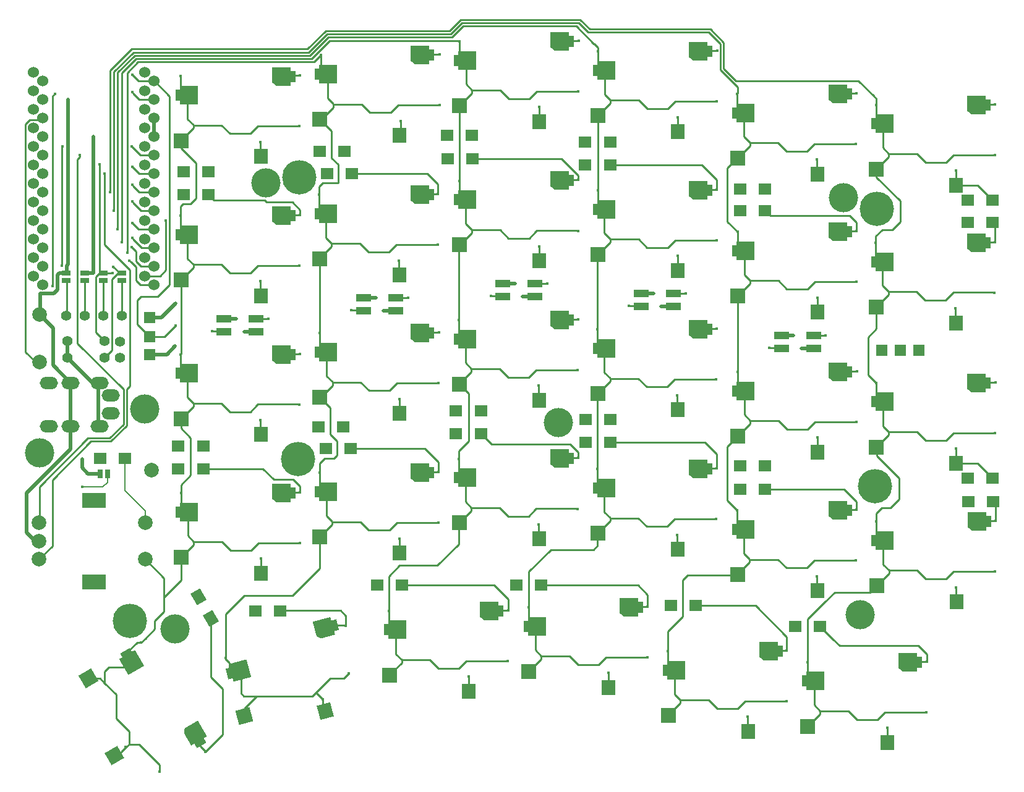
<source format=gbr>
%TF.GenerationSoftware,KiCad,Pcbnew,(5.99.0-9486-g75c525af4f)*%
%TF.CreationDate,2021-07-25T02:57:46+01:00*%
%TF.ProjectId,LimeKeyboard,4c696d65-4b65-4796-926f-6172642e6b69,rev?*%
%TF.SameCoordinates,Original*%
%TF.FileFunction,Copper,L2,Bot*%
%TF.FilePolarity,Positive*%
%FSLAX46Y46*%
G04 Gerber Fmt 4.6, Leading zero omitted, Abs format (unit mm)*
G04 Created by KiCad (PCBNEW (5.99.0-9486-g75c525af4f)) date 2021-07-25 02:57:46*
%MOMM*%
%LPD*%
G01*
G04 APERTURE LIST*
G04 Aperture macros list*
%AMRotRect*
0 Rectangle, with rotation*
0 The origin of the aperture is its center*
0 $1 length*
0 $2 width*
0 $3 Rotation angle, in degrees counterclockwise*
0 Add horizontal line*
21,1,$1,$2,0,0,$3*%
%AMFreePoly0*
4,1,17,2.735355,1.235355,2.750000,1.200000,2.750000,-1.200000,2.735355,-1.235355,2.700000,-1.250000,0.300000,-1.250000,0.264645,-1.235355,0.250000,-1.200000,0.250000,-0.750000,-0.350000,-0.750000,-0.350000,0.750000,0.250000,0.750000,0.250000,1.200000,0.264645,1.235355,0.300000,1.250000,2.700000,1.250000,2.735355,1.235355,2.735355,1.235355,$1*%
%AMFreePoly1*
4,1,24,-0.364645,1.235355,-0.350000,1.200000,-0.350000,0.750000,0.350000,0.750000,0.350000,-0.750000,-0.350000,-0.750000,-0.350000,-1.200000,-0.364645,-1.235355,-0.400000,-1.250000,-2.300000,-1.250000,-2.315318,-1.243655,-2.331235,-1.239043,-2.831235,-0.839043,-2.832649,-0.836476,-2.835355,-0.835355,-2.841697,-0.820044,-2.849694,-0.805522,-2.848878,-0.802708,-2.850000,-0.800000,-2.850000,1.200000,
-2.835355,1.235355,-2.800000,1.250000,-0.400000,1.250000,-0.364645,1.235355,-0.364645,1.235355,$1*%
G04 Aperture macros list end*
%TA.AperFunction,SMDPad,CuDef*%
%ADD10R,0.635000X1.143000*%
%TD*%
%TA.AperFunction,SMDPad,CuDef*%
%ADD11R,2.000000X1.000000*%
%TD*%
%TA.AperFunction,ComponentPad*%
%ADD12R,1.800000X1.500000*%
%TD*%
%TA.AperFunction,SMDPad,CuDef*%
%ADD13R,2.000000X2.000000*%
%TD*%
%TA.AperFunction,SMDPad,CuDef*%
%ADD14FreePoly0,0.000000*%
%TD*%
%TA.AperFunction,SMDPad,CuDef*%
%ADD15FreePoly1,0.000000*%
%TD*%
%TA.AperFunction,SMDPad,CuDef*%
%ADD16R,1.900000X2.000000*%
%TD*%
%TA.AperFunction,ComponentPad*%
%ADD17C,4.700000*%
%TD*%
%TA.AperFunction,ComponentPad*%
%ADD18C,2.000000*%
%TD*%
%TA.AperFunction,ComponentPad*%
%ADD19C,1.397000*%
%TD*%
%TA.AperFunction,ComponentPad*%
%ADD20C,4.000000*%
%TD*%
%TA.AperFunction,SMDPad,CuDef*%
%ADD21FreePoly0,300.000000*%
%TD*%
%TA.AperFunction,SMDPad,CuDef*%
%ADD22RotRect,2.000000X2.000000X120.000000*%
%TD*%
%TA.AperFunction,SMDPad,CuDef*%
%ADD23RotRect,1.900000X2.000000X120.000000*%
%TD*%
%TA.AperFunction,SMDPad,CuDef*%
%ADD24FreePoly1,300.000000*%
%TD*%
%TA.AperFunction,ComponentPad*%
%ADD25R,1.524000X1.524000*%
%TD*%
%TA.AperFunction,ComponentPad*%
%ADD26RotRect,1.800000X1.500000X300.000000*%
%TD*%
%TA.AperFunction,ComponentPad*%
%ADD27O,2.500000X1.700000*%
%TD*%
%TA.AperFunction,ComponentPad*%
%ADD28C,1.524000*%
%TD*%
%TA.AperFunction,ComponentPad*%
%ADD29R,3.200000X2.000000*%
%TD*%
%TA.AperFunction,SMDPad,CuDef*%
%ADD30RotRect,2.000000X2.000000X195.000000*%
%TD*%
%TA.AperFunction,SMDPad,CuDef*%
%ADD31FreePoly0,15.000000*%
%TD*%
%TA.AperFunction,SMDPad,CuDef*%
%ADD32FreePoly1,15.000000*%
%TD*%
%TA.AperFunction,SMDPad,CuDef*%
%ADD33RotRect,1.900000X2.000000X195.000000*%
%TD*%
%TA.AperFunction,SMDPad,CuDef*%
%ADD34R,1.143000X0.635000*%
%TD*%
%TA.AperFunction,ViaPad*%
%ADD35C,0.400000*%
%TD*%
%TA.AperFunction,Conductor*%
%ADD36C,0.500000*%
%TD*%
%TA.AperFunction,Conductor*%
%ADD37C,0.200000*%
%TD*%
%TA.AperFunction,Conductor*%
%ADD38C,0.250000*%
%TD*%
G04 APERTURE END LIST*
D10*
%TO.P,JP6,1*%
%TO.N,N/C*%
X91750380Y-105650000D03*
%TO.P,JP6,2*%
X90749620Y-105650000D03*
%TD*%
D11*
%TO.P,D35,1*%
%TO.N,N/C*%
X169281200Y-80976500D03*
%TO.P,D35,2*%
X169281200Y-82726500D03*
%TO.P,D35,3*%
X164881200Y-82726500D03*
%TO.P,D35,4*%
X164881200Y-80976500D03*
%TD*%
D12*
%TO.P,D20,1*%
%TO.N,N/C*%
X121649300Y-102235600D03*
%TO.P,D20,2*%
X125049300Y-102235600D03*
%TD*%
%TO.P,D2,1*%
%TO.N,N/C*%
X120814400Y-61503900D03*
%TO.P,D2,2*%
X124214400Y-61503900D03*
%TD*%
D13*
%TO.P,SW1,1*%
%TO.N,N/C*%
X101859000Y-60011900D03*
D14*
X101459000Y-53811900D03*
D15*
%TO.P,SW1,2*%
X117159000Y-51211900D03*
D16*
X112759000Y-62211900D03*
%TD*%
D13*
%TO.P,SW24,1*%
%TO.N,N/C*%
X197109000Y-121011900D03*
D14*
X196709000Y-114811900D03*
D15*
%TO.P,SW24,2*%
X212409000Y-112211900D03*
D16*
X208009000Y-123211900D03*
%TD*%
D12*
%TO.P,D10,1*%
%TO.N,N/C*%
X157176200Y-63360900D03*
%TO.P,D10,2*%
X160576200Y-63360900D03*
%TD*%
D17*
%TO.P,TH5,*%
%TO.N,*%
X117827100Y-103670600D03*
%TD*%
D12*
%TO.P,D26,1*%
%TO.N,N/C*%
X111990400Y-124510800D03*
%TO.P,D26,2*%
X115390400Y-124510800D03*
%TD*%
%TO.P,D14,1*%
%TO.N,N/C*%
X120649300Y-99235600D03*
%TO.P,D14,2*%
X124049300Y-99235600D03*
%TD*%
%TO.P,D4,1*%
%TO.N,N/C*%
X157176200Y-60260900D03*
%TO.P,D4,2*%
X160576200Y-60260900D03*
%TD*%
%TO.P,D13,1*%
%TO.N,N/C*%
X101473200Y-101880100D03*
%TO.P,D13,2*%
X104873200Y-101880100D03*
%TD*%
D14*
%TO.P,SW3,1*%
%TO.N,N/C*%
X139559000Y-49021900D03*
D13*
X139959000Y-55221900D03*
D15*
%TO.P,SW3,2*%
X155259000Y-46421900D03*
D16*
X150859000Y-57421900D03*
%TD*%
D12*
%TO.P,D1,1*%
%TO.N,N/C*%
X102159000Y-64311900D03*
%TO.P,D1,2*%
X105559000Y-64311900D03*
%TD*%
%TO.P,D7,1*%
%TO.N,N/C*%
X102159000Y-67411900D03*
%TO.P,D7,2*%
X105559000Y-67411900D03*
%TD*%
D18*
%TO.P,RSW1,1*%
%TO.N,N/C*%
X82461100Y-83873200D03*
%TO.P,RSW1,2*%
X82461100Y-90373200D03*
%TD*%
D19*
%TO.P,R2,1*%
%TO.N,N/C*%
X86291772Y-87510765D03*
%TO.P,R2,2*%
X91371772Y-87510765D03*
%TD*%
D12*
%TO.P,D6,1*%
%TO.N,N/C*%
X209546300Y-68162700D03*
%TO.P,D6,2*%
X212946300Y-68162700D03*
%TD*%
%TO.P,D5,1*%
%TO.N,N/C*%
X178397100Y-66699200D03*
%TO.P,D5,2*%
X181797100Y-66699200D03*
%TD*%
%TO.P,D3,1*%
%TO.N,N/C*%
X138239700Y-59318100D03*
%TO.P,D3,2*%
X141639700Y-59318100D03*
%TD*%
%TO.P,D12,1*%
%TO.N,N/C*%
X209546300Y-71262700D03*
%TO.P,D12,2*%
X212946300Y-71262700D03*
%TD*%
%TO.P,D9,1*%
%TO.N,N/C*%
X138339700Y-62518100D03*
%TO.P,D9,2*%
X141739700Y-62518100D03*
%TD*%
%TO.P,D11,1*%
%TO.N,N/C*%
X178397100Y-69599200D03*
%TO.P,D11,2*%
X181797100Y-69599200D03*
%TD*%
D20*
%TO.P,TH5,*%
%TO.N,*%
X192519300Y-67881500D03*
%TD*%
%TO.P,TH7,*%
%TO.N,*%
X153530300Y-98640900D03*
%TD*%
%TO.P,TH3,*%
%TO.N,*%
X100990400Y-126949200D03*
%TD*%
D11*
%TO.P,D36,1*%
%TO.N,N/C*%
X188445500Y-86742300D03*
%TO.P,D36,2*%
X188445500Y-88492300D03*
%TO.P,D36,3*%
X184045500Y-88492300D03*
%TO.P,D36,4*%
X184045500Y-86742300D03*
%TD*%
D20*
%TO.P,TH6,*%
%TO.N,*%
X113474500Y-65849500D03*
%TD*%
D21*
%TO.P,SW25,1*%
%TO.N,N/C*%
X94354064Y-130280684D03*
D22*
X89184706Y-133727094D03*
D23*
%TO.P,SW25,2*%
X92729450Y-144266771D03*
D24*
X104455730Y-142577283D03*
%TD*%
D20*
%TO.P,TH4,*%
%TO.N,*%
X194856100Y-124968000D03*
%TD*%
D25*
%TO.P,LED,1*%
%TO.N,N/C*%
X97548700Y-89355300D03*
%TO.P,LED,2*%
X97548700Y-86855300D03*
%TO.P,LED,3*%
X97548700Y-84255300D03*
%TD*%
%TO.P,LED,1*%
%TO.N,N/C*%
X202844400Y-88734900D03*
%TO.P,LED,2*%
X200344400Y-88734900D03*
%TO.P,LED,3*%
X197744400Y-88734900D03*
%TD*%
D20*
%TO.P,TH1,*%
%TO.N,*%
X82473800Y-102831900D03*
%TD*%
D12*
%TO.P,D27,1*%
%TO.N,N/C*%
X128715900Y-120918100D03*
%TO.P,D27,2*%
X132115900Y-120918100D03*
%TD*%
%TO.P,D15,1*%
%TO.N,N/C*%
X139484300Y-97062500D03*
%TO.P,D15,2*%
X142884300Y-97062500D03*
%TD*%
%TO.P,D31,1*%
%TO.N,N/C*%
X90750000Y-103575000D03*
%TO.P,D31,2*%
X94150000Y-103575000D03*
%TD*%
D26*
%TO.P,D25,1*%
%TO.N,N/C*%
X104190800Y-122516900D03*
%TO.P,D25,2*%
X105890800Y-125461386D03*
%TD*%
D20*
%TO.P,TH2,*%
%TO.N,*%
X96824800Y-96824800D03*
%TD*%
D12*
%TO.P,D22,1*%
%TO.N,N/C*%
X157214300Y-101410100D03*
%TO.P,D22,2*%
X160614300Y-101410100D03*
%TD*%
%TO.P,D16,1*%
%TO.N,N/C*%
X157214300Y-98210100D03*
%TO.P,D16,2*%
X160614300Y-98210100D03*
%TD*%
%TO.P,D18,1*%
%TO.N,N/C*%
X209546300Y-106262700D03*
%TO.P,D18,2*%
X212946300Y-106262700D03*
%TD*%
D14*
%TO.P,SW29,1*%
%TO.N,N/C*%
X168159000Y-132577200D03*
D13*
X168559000Y-138777200D03*
D15*
%TO.P,SW29,2*%
X183859000Y-129977200D03*
D16*
X179459000Y-140977200D03*
%TD*%
D12*
%TO.P,D28,1*%
%TO.N,N/C*%
X147739700Y-120918100D03*
%TO.P,D28,2*%
X151139700Y-120918100D03*
%TD*%
%TO.P,D24,1*%
%TO.N,N/C*%
X209646300Y-109462700D03*
%TO.P,D24,2*%
X213046300Y-109462700D03*
%TD*%
%TO.P,D17,1*%
%TO.N,N/C*%
X178397100Y-104599200D03*
%TO.P,D17,2*%
X181797100Y-104599200D03*
%TD*%
%TO.P,D23,1*%
%TO.N,N/C*%
X178397100Y-107799200D03*
%TO.P,D23,2*%
X181797100Y-107799200D03*
%TD*%
D14*
%TO.P,SW30,1*%
%TO.N,N/C*%
X187209000Y-134077200D03*
D13*
X187609000Y-140277200D03*
D15*
%TO.P,SW30,2*%
X202909000Y-131477200D03*
D16*
X198509000Y-142477200D03*
%TD*%
D12*
%TO.P,D21,1*%
%TO.N,N/C*%
X139484300Y-100162500D03*
%TO.P,D21,2*%
X142884300Y-100162500D03*
%TD*%
D19*
%TO.P,J3,1*%
%TO.N,N/C*%
X86146300Y-83985300D03*
%TO.P,J3,2*%
X88686300Y-83985300D03*
%TO.P,J3,3*%
X91226300Y-83985300D03*
%TO.P,J3,4*%
X93766300Y-83985300D03*
%TD*%
D12*
%TO.P,D19,1*%
%TO.N,N/C*%
X101473200Y-104980100D03*
%TO.P,D19,2*%
X104873200Y-104980100D03*
%TD*%
D13*
%TO.P,SW21,1*%
%TO.N,N/C*%
X139959000Y-112411900D03*
D14*
X139559000Y-106211900D03*
D15*
%TO.P,SW21,2*%
X155259000Y-103611900D03*
D16*
X150859000Y-114611900D03*
%TD*%
D13*
%TO.P,SW20,1*%
%TO.N,N/C*%
X120859000Y-114311900D03*
D14*
X120459000Y-108111900D03*
D16*
%TO.P,SW20,2*%
X131759000Y-116511900D03*
D15*
X136159000Y-105511900D03*
%TD*%
D13*
%TO.P,SW23,1*%
%TO.N,N/C*%
X178059000Y-119511900D03*
D14*
X177659000Y-113311900D03*
D16*
%TO.P,SW23,2*%
X188959000Y-121711900D03*
D15*
X193359000Y-110711900D03*
%TD*%
D14*
%TO.P,SW27,1*%
%TO.N,N/C*%
X129959000Y-127061900D03*
D13*
X130359000Y-133261900D03*
D16*
%TO.P,SW27,2*%
X141259000Y-135461900D03*
D15*
X145659000Y-124461900D03*
%TD*%
D14*
%TO.P,SW17,1*%
%TO.N,N/C*%
X177659000Y-94311900D03*
D13*
X178059000Y-100511900D03*
D16*
%TO.P,SW17,2*%
X188959000Y-102711900D03*
D15*
X193359000Y-91711900D03*
%TD*%
D13*
%TO.P,SW15,1*%
%TO.N,N/C*%
X139959000Y-93411900D03*
D14*
X139559000Y-87211900D03*
D15*
%TO.P,SW15,2*%
X155259000Y-84611900D03*
D16*
X150859000Y-95611900D03*
%TD*%
D13*
%TO.P,SW14,1*%
%TO.N,N/C*%
X120859000Y-95211900D03*
D14*
X120459000Y-89011900D03*
D16*
%TO.P,SW14,2*%
X131759000Y-97411900D03*
D15*
X136159000Y-86411900D03*
%TD*%
D27*
%TO.P,J2,1*%
%TO.N,N/C*%
X90718100Y-99152000D03*
X90718100Y-93202000D03*
%TO.P,J2,2*%
X86718100Y-93202000D03*
X86718100Y-99152000D03*
%TO.P,J2,3*%
X83718100Y-99152000D03*
X83718100Y-93202000D03*
%TO.P,J2,4*%
X92218100Y-94952000D03*
X92218100Y-97402000D03*
%TD*%
D28*
%TO.P,U1,1*%
%TO.N,N/C*%
X98165115Y-51811045D03*
X81626300Y-50615300D03*
%TO.P,U1,2*%
X98165115Y-54351045D03*
X81626300Y-53155300D03*
%TO.P,U1,3*%
X81626300Y-55695300D03*
X98165115Y-56891045D03*
%TO.P,U1,4*%
X81626300Y-58235300D03*
X98165115Y-59431045D03*
%TO.P,U1,5*%
X98165115Y-61971045D03*
X81626300Y-60775300D03*
%TO.P,U1,6*%
X98165115Y-64511045D03*
X81626300Y-63315300D03*
%TO.P,U1,7*%
X98165115Y-67051045D03*
X81626300Y-65855300D03*
%TO.P,U1,8*%
X81626300Y-68395300D03*
X98165115Y-69591045D03*
%TO.P,U1,9*%
X98165115Y-72131045D03*
X81626300Y-70935300D03*
%TO.P,U1,10*%
X98165115Y-74671045D03*
X81626300Y-73475300D03*
%TO.P,U1,11*%
X98165115Y-77211045D03*
X81626300Y-76015300D03*
%TO.P,U1,12*%
X98165115Y-79751045D03*
X81626300Y-78555300D03*
%TO.P,U1,13*%
X96866300Y-78555300D03*
X82925115Y-79751045D03*
%TO.P,U1,14*%
X82925115Y-77211045D03*
X96866300Y-76015300D03*
%TO.P,U1,15*%
X82925115Y-74671045D03*
X96866300Y-73475300D03*
%TO.P,U1,16*%
X82925115Y-72131045D03*
X96866300Y-70935300D03*
%TO.P,U1,17*%
X96866300Y-68395300D03*
X82925115Y-69591045D03*
%TO.P,U1,18*%
X82925115Y-67051045D03*
X96866300Y-65855300D03*
%TO.P,U1,19*%
X82925115Y-64511045D03*
X96866300Y-63315300D03*
%TO.P,U1,20*%
X96866300Y-60775300D03*
X82925115Y-61971045D03*
%TO.P,U1,21*%
X82925115Y-59431045D03*
X96866300Y-58235300D03*
%TO.P,U1,22*%
X96866300Y-55695300D03*
X82925115Y-56891045D03*
%TO.P,U1,23*%
X82925115Y-54351045D03*
X96866300Y-53155300D03*
%TO.P,U1,24*%
X96866300Y-50615300D03*
X82925115Y-51811045D03*
%TD*%
D13*
%TO.P,SW16,1*%
%TO.N,N/C*%
X158959000Y-94711900D03*
D14*
X158559000Y-88511900D03*
D15*
%TO.P,SW16,2*%
X174259000Y-85911900D03*
D16*
X169859000Y-96911900D03*
%TD*%
D13*
%TO.P,SW28,1*%
%TO.N,N/C*%
X149459000Y-132761900D03*
D14*
X149059000Y-126561900D03*
D16*
%TO.P,SW28,2*%
X160359000Y-134961900D03*
D15*
X164759000Y-123961900D03*
%TD*%
D13*
%TO.P,SW19,1*%
%TO.N,N/C*%
X101859000Y-117111900D03*
D14*
X101459000Y-110911900D03*
D16*
%TO.P,SW19,2*%
X112759000Y-119311900D03*
D15*
X117159000Y-108311900D03*
%TD*%
D18*
%TO.P,SW31,A*%
%TO.N,N/C*%
X82416000Y-112409600D03*
%TO.P,SW31,B*%
X82416000Y-117409600D03*
%TO.P,SW31,C*%
X82416000Y-114909600D03*
D29*
%TO.P,SW31,MP*%
X89916000Y-109309600D03*
X89916000Y-120509600D03*
D18*
%TO.P,SW31,S1*%
X96916000Y-117409600D03*
%TO.P,SW31,S2*%
X96916000Y-112409600D03*
%TD*%
D14*
%TO.P,SW22,1*%
%TO.N,N/C*%
X158559000Y-107611900D03*
D13*
X158959000Y-113811900D03*
D16*
%TO.P,SW22,2*%
X169859000Y-116011900D03*
D15*
X174259000Y-105011900D03*
%TD*%
D30*
%TO.P,SW26,1*%
%TO.N,N/C*%
X110472631Y-138902260D03*
D31*
X108481583Y-133017047D03*
D32*
%TO.P,SW26,2*%
X122973689Y-126442181D03*
D33*
X121570625Y-138206169D03*
%TD*%
D14*
%TO.P,SW18,1*%
%TO.N,N/C*%
X196659000Y-95811900D03*
D13*
X197059000Y-102011900D03*
D16*
%TO.P,SW18,2*%
X207959000Y-104211900D03*
D15*
X212359000Y-93211900D03*
%TD*%
D17*
%TO.P,TH4,*%
%TO.N,*%
X197142100Y-69329300D03*
%TD*%
%TO.P,TH7,*%
%TO.N,*%
X94800000Y-125875000D03*
%TD*%
D11*
%TO.P,D33,1*%
%TO.N,N/C*%
X131244700Y-81548000D03*
%TO.P,D33,2*%
X131244700Y-83298000D03*
%TO.P,D33,3*%
X126844700Y-83298000D03*
%TO.P,D33,4*%
X126844700Y-81548000D03*
%TD*%
D17*
%TO.P,TH3,*%
%TO.N,*%
X118055700Y-65048300D03*
%TD*%
D11*
%TO.P,D32,1*%
%TO.N,N/C*%
X112133600Y-84444100D03*
%TO.P,D32,2*%
X112133600Y-86194100D03*
%TO.P,D32,3*%
X107733600Y-86194100D03*
%TO.P,D32,4*%
X107733600Y-84444100D03*
%TD*%
D12*
%TO.P,D29,1*%
%TO.N,N/C*%
X168913600Y-123710700D03*
%TO.P,D29,2*%
X172313600Y-123710700D03*
%TD*%
%TO.P,D8,1*%
%TO.N,N/C*%
X121814400Y-64503900D03*
%TO.P,D8,2*%
X125214400Y-64503900D03*
%TD*%
%TO.P,D30,1*%
%TO.N,N/C*%
X185954800Y-126607700D03*
%TO.P,D30,2*%
X189354800Y-126607700D03*
%TD*%
D11*
%TO.P,D34,1*%
%TO.N,N/C*%
X150320100Y-79630300D03*
%TO.P,D34,2*%
X150320100Y-81380300D03*
%TO.P,D34,3*%
X145920100Y-81380300D03*
%TO.P,D34,4*%
X145920100Y-79630300D03*
%TD*%
D14*
%TO.P,SW12,1*%
%TO.N,N/C*%
X196659000Y-76611900D03*
D13*
X197059000Y-82811900D03*
D16*
%TO.P,SW12,2*%
X207959000Y-85011900D03*
D15*
X212359000Y-74011900D03*
%TD*%
D19*
%TO.P,R1,1*%
%TO.N,N/C*%
X86291772Y-89760765D03*
%TO.P,R1,2*%
X91371772Y-89760765D03*
%TD*%
D14*
%TO.P,SW8,1*%
%TO.N,N/C*%
X120459000Y-70011900D03*
D13*
X120859000Y-76211900D03*
D16*
%TO.P,SW8,2*%
X131759000Y-78411900D03*
D15*
X136159000Y-67411900D03*
%TD*%
D13*
%TO.P,SW5,1*%
%TO.N,N/C*%
X178059000Y-62411900D03*
D14*
X177659000Y-56211900D03*
D16*
%TO.P,SW5,2*%
X188959000Y-64611900D03*
D15*
X193359000Y-53611900D03*
%TD*%
D14*
%TO.P,SW10,1*%
%TO.N,N/C*%
X158559000Y-69411900D03*
D13*
X158959000Y-75611900D03*
D15*
%TO.P,SW10,2*%
X174259000Y-66811900D03*
D16*
X169859000Y-77811900D03*
%TD*%
D14*
%TO.P,SW7,1*%
%TO.N,N/C*%
X101459000Y-72911900D03*
D13*
X101859000Y-79111900D03*
D16*
%TO.P,SW7,2*%
X112759000Y-81311900D03*
D15*
X117159000Y-70311900D03*
%TD*%
D14*
%TO.P,SW9,1*%
%TO.N,N/C*%
X139559000Y-68111900D03*
D13*
X139959000Y-74311900D03*
D15*
%TO.P,SW9,2*%
X155259000Y-65511900D03*
D16*
X150859000Y-76511900D03*
%TD*%
D14*
%TO.P,SW6,1*%
%TO.N,N/C*%
X196659000Y-57711900D03*
D13*
X197059000Y-63911900D03*
D15*
%TO.P,SW6,2*%
X212359000Y-55111900D03*
D16*
X207959000Y-66111900D03*
%TD*%
D13*
%TO.P,SW4,1*%
%TO.N,N/C*%
X158959000Y-56611900D03*
D14*
X158559000Y-50411900D03*
D15*
%TO.P,SW4,2*%
X174259000Y-47811900D03*
D16*
X169859000Y-58811900D03*
%TD*%
D19*
%TO.P,P2,1*%
%TO.N,N/C*%
X93492500Y-87548800D03*
%TD*%
D17*
%TO.P,TH6,*%
%TO.N,*%
X196846500Y-107366000D03*
%TD*%
D13*
%TO.P,SW11,1*%
%TO.N,N/C*%
X178059000Y-81311900D03*
D14*
X177659000Y-75111900D03*
D16*
%TO.P,SW11,2*%
X188959000Y-83511900D03*
D15*
X193359000Y-72511900D03*
%TD*%
D14*
%TO.P,SW2,1*%
%TO.N,N/C*%
X120459000Y-50911900D03*
D13*
X120859000Y-57111900D03*
D16*
%TO.P,SW2,2*%
X131759000Y-59311900D03*
D15*
X136159000Y-48311900D03*
%TD*%
D13*
%TO.P,SW13,1*%
%TO.N,N/C*%
X101859000Y-98111900D03*
D14*
X101459000Y-91911900D03*
D16*
%TO.P,SW13,2*%
X112759000Y-100311900D03*
D15*
X117159000Y-89311900D03*
%TD*%
D19*
%TO.P,P1,1*%
%TO.N,N/C*%
X93492500Y-89748800D03*
%TD*%
D18*
%TO.P,,J1*%
%TO.N,N/C*%
X97775000Y-105175000D03*
%TD*%
D34*
%TO.P,JP7,1*%
%TO.N,N/C*%
X88646300Y-79185680D03*
%TO.P,JP7,2*%
X88646300Y-78184920D03*
%TD*%
%TO.P,JP5,1*%
%TO.N,N/C*%
X93746300Y-79185680D03*
%TO.P,JP5,2*%
X93746300Y-78184920D03*
%TD*%
%TO.P,JP6,1*%
%TO.N,N/C*%
X91146300Y-79185680D03*
%TO.P,JP6,2*%
X91146300Y-78184920D03*
%TD*%
%TO.P,JP8,1*%
%TO.N,N/C*%
X86146300Y-79185680D03*
%TO.P,JP8,2*%
X86146300Y-78184920D03*
%TD*%
D35*
%TO.N,*%
X88325000Y-103675000D03*
X88300000Y-107500000D03*
X124790200Y-133057900D03*
X121259600Y-136601200D03*
X94786833Y-76457469D03*
X105181400Y-143751300D03*
X118097300Y-51104800D03*
X95059000Y-74585300D03*
X112721700Y-60207494D03*
X107924600Y-130949700D03*
X165735000Y-123875800D03*
X137147300Y-86334600D03*
X194297300Y-53505100D03*
X213309200Y-55041800D03*
X156260800Y-46316900D03*
X95159000Y-71285300D03*
X146621500Y-124396500D03*
X137261600Y-48234600D03*
X95158992Y-66085300D03*
X169808200Y-75815794D03*
X86359000Y-58185300D03*
X187642500Y-131484800D03*
X112721700Y-79308294D03*
X131644700Y-76438094D03*
X137020300Y-67335400D03*
X118097300Y-89230200D03*
X175183800Y-66713100D03*
X188921700Y-62607794D03*
X207895500Y-83003994D03*
X188985200Y-100720494D03*
X95159000Y-73385300D03*
X131720900Y-114550794D03*
X131771700Y-95437294D03*
X156184600Y-103530400D03*
X188909000Y-119732394D03*
X150885200Y-55419594D03*
X150809000Y-93608494D03*
X213347300Y-112128300D03*
X207971700Y-121230994D03*
X141245900Y-133499194D03*
X175221900Y-47701200D03*
X156184600Y-84505800D03*
X194360800Y-91617800D03*
X118148100Y-108216700D03*
X169782800Y-94916594D03*
X86159000Y-77185300D03*
X86359000Y-54351045D03*
X194284600Y-110629700D03*
X95159000Y-68385300D03*
X124409200Y-126479300D03*
X188959800Y-81518094D03*
X175158400Y-104940100D03*
X131886000Y-57337294D03*
X194335400Y-72415400D03*
X207933600Y-64144494D03*
X169846300Y-56803894D03*
X169782800Y-114042794D03*
X150809000Y-112633094D03*
X175158400Y-85813900D03*
X150847100Y-74533094D03*
X118097300Y-70205600D03*
X89859008Y-78185300D03*
X89859000Y-59431045D03*
X207946300Y-102257194D03*
X203898500Y-138342800D03*
X213309200Y-119075200D03*
X213283800Y-100101400D03*
X156222700Y-65430400D03*
X213321900Y-93154500D03*
X213271100Y-73901300D03*
X112772500Y-117319394D03*
X160359400Y-132978494D03*
X137096500Y-105448100D03*
X112721700Y-98332894D03*
X175120300Y-92760800D03*
X213271100Y-61988700D03*
X175120300Y-111887000D03*
X175183800Y-54648100D03*
X93759000Y-73960300D03*
X177990500Y-110718600D03*
X146583400Y-131343400D03*
X156222700Y-53263800D03*
X92634000Y-69591045D03*
X130327400Y-124485400D03*
X156146500Y-110477300D03*
X139890500Y-103619300D03*
X168490900Y-129986200D03*
X98933000Y-146507200D03*
X94272100Y-143154400D03*
X137223500Y-55181500D03*
X178041300Y-72504300D03*
X175145700Y-73660000D03*
X120726200Y-67424300D03*
X197015100Y-55130700D03*
X156184600Y-72377300D03*
X158889700Y-66802000D03*
X85509000Y-77191147D03*
X184746900Y-136844200D03*
X139890500Y-84594700D03*
X196977000Y-73990200D03*
X194246500Y-117576600D03*
X93159000Y-72131045D03*
X137109200Y-93281500D03*
X194259200Y-60452000D03*
X156146500Y-91452700D03*
X95059000Y-60785300D03*
X92459000Y-78185300D03*
X120967500Y-48323500D03*
X95159018Y-63585300D03*
X90659000Y-63285300D03*
X178066700Y-91706700D03*
X158864300Y-105029000D03*
X92559000Y-77285300D03*
X120853200Y-86423500D03*
X120802400Y-105537000D03*
X85559000Y-60775300D03*
X179409400Y-138999994D03*
X95159000Y-53385300D03*
X158927800Y-47790100D03*
X92134000Y-67051045D03*
X194297300Y-79362300D03*
X139966700Y-46405800D03*
X197053200Y-112217200D03*
X139928600Y-65519300D03*
X178003200Y-53594000D03*
X149440900Y-123964700D03*
X96393000Y-128790700D03*
X136982200Y-74282300D03*
X194322700Y-98564700D03*
X137058400Y-112395000D03*
X95159006Y-50985300D03*
X158864300Y-85902800D03*
X184785000Y-129897300D03*
X94459000Y-75385300D03*
X84259000Y-79985300D03*
X213233000Y-80848200D03*
X197027800Y-93243400D03*
X165696900Y-130822700D03*
X166548900Y-80990606D03*
X110450800Y-86179494D03*
X91333255Y-64511045D03*
X101803200Y-51193700D03*
X118059200Y-58051700D03*
X106058800Y-86121406D03*
X182360400Y-88432806D03*
X128512400Y-81562106D03*
X118059200Y-77152500D03*
X101053900Y-82334100D03*
X118059200Y-96177100D03*
X101041200Y-88188800D03*
X84559000Y-53585300D03*
X101803200Y-89319100D03*
X147587800Y-79644406D03*
X125159600Y-83238506D03*
X198561000Y-140498594D03*
X203936600Y-131395900D03*
X101053900Y-85369400D03*
X101803200Y-70294500D03*
X144235000Y-81320806D03*
X190120100Y-86743706D03*
X151994700Y-79631706D03*
X101854000Y-108305600D03*
X87973255Y-61971045D03*
X109411600Y-84445006D03*
X99733100Y-70967600D03*
X118110000Y-115163600D03*
X113818500Y-84432306D03*
X163196100Y-82667006D03*
X170955800Y-80977906D03*
X185713200Y-86756406D03*
X132919300Y-81549406D03*
%TD*%
D36*
%TO.N,*%
X89100000Y-105650000D02*
X90749620Y-105650000D01*
X88325000Y-103675000D02*
X88325000Y-104875000D01*
X88325000Y-104875000D02*
X89100000Y-105650000D01*
D37*
X91125000Y-107500000D02*
X88300000Y-107500000D01*
X91750380Y-105650000D02*
X91750380Y-106874620D01*
X91750380Y-106874620D02*
X91125000Y-107500000D01*
D38*
X187642500Y-125615700D02*
X190017400Y-123240800D01*
X105890800Y-133538700D02*
X105890800Y-125461386D01*
X194335400Y-71272400D02*
X193395600Y-70332600D01*
X182530500Y-70332600D02*
X181797100Y-69599200D01*
X190017400Y-123228100D02*
X191325500Y-121920000D01*
X190017400Y-123240800D02*
X190017400Y-123228100D01*
X107518200Y-135166100D02*
X105890800Y-133538700D01*
X107518200Y-141414500D02*
X107518200Y-135166100D01*
D36*
X80708500Y-113766600D02*
X81851500Y-114909600D01*
D38*
X187642500Y-131484800D02*
X187642500Y-126481000D01*
X194335400Y-72415400D02*
X194335400Y-71272400D01*
X96916000Y-128267700D02*
X96393000Y-128790700D01*
X191325500Y-121920000D02*
X196200900Y-121920000D01*
X196200900Y-121920000D02*
X197109000Y-121011900D01*
X193395600Y-70332600D02*
X182530500Y-70332600D01*
X105181400Y-143751300D02*
X107518200Y-141414500D01*
X100284001Y-53917231D02*
X100284001Y-79760299D01*
X95159006Y-50985300D02*
X95984751Y-51811045D01*
X95859600Y-81864200D02*
X95859600Y-85166200D01*
X98659000Y-81385300D02*
X96338500Y-81385300D01*
D36*
X97548700Y-84255300D02*
X99132700Y-84255300D01*
D38*
X197866000Y-72212200D02*
X196977000Y-73101200D01*
X99568000Y-86855300D02*
X101053900Y-85369400D01*
X97548700Y-86855300D02*
X99568000Y-86855300D01*
X197059000Y-65029800D02*
X200317100Y-68287900D01*
X118097300Y-69507100D02*
X117068600Y-68478400D01*
X197059000Y-82811900D02*
X197059000Y-83622600D01*
X196977000Y-73101200D02*
X196977000Y-73990200D01*
X113296700Y-68199000D02*
X106346100Y-68199000D01*
D36*
X101041200Y-88188800D02*
X99874700Y-89355300D01*
D38*
X97472500Y-84179100D02*
X97548700Y-84255300D01*
D36*
X99132700Y-84255300D02*
X101053900Y-82334100D01*
D38*
X106346100Y-68199000D02*
X105559000Y-67411900D01*
X95859600Y-85166200D02*
X97548700Y-86855300D01*
X118097300Y-70205600D02*
X118097300Y-69507100D01*
D36*
X99874700Y-89355300D02*
X97548700Y-89355300D01*
D38*
X199237600Y-72212200D02*
X197866000Y-72212200D01*
X197059000Y-63911900D02*
X197059000Y-65029800D01*
X199237600Y-72212200D02*
X200317100Y-71132700D01*
X113576100Y-68478400D02*
X113296700Y-68199000D01*
X96338500Y-81385300D02*
X95859600Y-81864200D01*
X200317100Y-68287900D02*
X200317100Y-71132700D01*
X100284001Y-79760299D02*
X98659000Y-81385300D01*
X98177815Y-51811045D02*
X100284001Y-53917231D01*
X95984751Y-51811045D02*
X98177815Y-51811045D01*
X117068600Y-68478400D02*
X113576100Y-68478400D01*
X155092400Y-101638100D02*
X144359900Y-101638100D01*
X195922900Y-92138500D02*
X195922900Y-86956900D01*
X195922900Y-86956900D02*
X197059000Y-85820800D01*
X156184600Y-102730300D02*
X155092400Y-101638100D01*
X197027800Y-93243400D02*
X195922900Y-92138500D01*
X197059000Y-85820800D02*
X197059000Y-82811900D01*
D36*
X98165115Y-56891045D02*
X98165115Y-59431045D01*
D38*
X144359900Y-101638100D02*
X142884300Y-100162500D01*
D36*
X107733600Y-84444100D02*
X109408700Y-84444100D01*
D38*
X112140500Y-84431400D02*
X113815600Y-84431400D01*
X145898100Y-81341700D02*
X144223000Y-81341700D01*
X164859200Y-82687900D02*
X163184100Y-82687900D01*
X131241300Y-81548500D02*
X132916400Y-81548500D01*
X126822700Y-83259400D02*
X125147600Y-83259400D01*
D36*
X112128800Y-86180400D02*
X110453700Y-86180400D01*
X126834400Y-81561200D02*
X128509500Y-81561200D01*
D38*
X150316700Y-79630800D02*
X151991800Y-79630800D01*
X169277800Y-80977000D02*
X170952900Y-80977000D01*
D36*
X145909800Y-79643500D02*
X147584900Y-79643500D01*
X164870900Y-80989700D02*
X166546000Y-80989700D01*
X150305000Y-81379800D02*
X148629900Y-81379800D01*
X169266100Y-82726000D02*
X167591000Y-82726000D01*
D38*
X107721900Y-86142300D02*
X106046800Y-86142300D01*
D36*
X131229600Y-83297500D02*
X129554500Y-83297500D01*
D38*
X84226498Y-115599102D02*
X82416000Y-117409600D01*
X184023500Y-88453700D02*
X182348400Y-88453700D01*
X82428900Y-112396700D02*
X82416000Y-112409600D01*
X89491390Y-101237210D02*
X84226498Y-106502102D01*
X94391910Y-98544810D02*
X94391910Y-99081300D01*
D36*
X184035200Y-86755500D02*
X185710300Y-86755500D01*
D38*
X188442100Y-86742800D02*
X190117200Y-86742800D01*
X82428900Y-107436100D02*
X82428900Y-112396700D01*
X84226498Y-106502102D02*
X84226498Y-115599102D01*
X92236001Y-101237209D02*
X89491390Y-101237210D01*
X94391910Y-99081300D02*
X92236001Y-101237209D01*
D36*
X80708500Y-113258600D02*
X80708500Y-113766600D01*
X81851500Y-114909600D02*
X82416000Y-114909600D01*
X188430400Y-88491800D02*
X186755300Y-88491800D01*
D38*
X120853200Y-86423500D02*
X120853200Y-88587600D01*
X131445000Y-93268800D02*
X134803200Y-93268800D01*
X140919200Y-131330700D02*
X144277400Y-131330700D01*
X131276500Y-93437300D02*
X131445000Y-93268800D01*
X120986000Y-57137300D02*
X122682000Y-55441300D01*
X131394200Y-112382300D02*
X134752400Y-112382300D01*
X131271700Y-93437300D02*
X131276500Y-93437300D01*
X130345900Y-133299200D02*
X132041900Y-131603200D01*
X126441200Y-93141800D02*
X127596900Y-94297500D01*
X120726200Y-67424300D02*
X120726200Y-69588400D01*
X122682000Y-55441300D02*
X122682000Y-55016400D01*
X131225700Y-112550800D02*
X131394200Y-112382300D01*
X122682000Y-55016400D02*
X121881900Y-54216300D01*
X121881900Y-54216300D02*
X121881900Y-52088800D01*
X131559300Y-55168800D02*
X134917500Y-55168800D01*
X122516900Y-112255300D02*
X126390400Y-112255300D01*
X120802400Y-107701100D02*
X120459000Y-108044500D01*
X120744700Y-76238100D02*
X122440700Y-74542100D01*
X121881900Y-52088800D02*
X120624100Y-50831000D01*
X137071100Y-132359400D02*
X139885700Y-132359400D01*
X134917500Y-55168800D02*
X137223500Y-55168800D01*
X139885700Y-132359400D02*
X140745900Y-131499200D01*
X122440700Y-74142600D02*
X126314200Y-74142600D01*
X132041900Y-131603200D02*
X132041900Y-131178300D01*
X121640600Y-71189600D02*
X120382800Y-69931800D01*
X130411500Y-94297500D02*
X131271700Y-93437300D01*
X122567700Y-93141800D02*
X126441200Y-93141800D01*
X122516900Y-112654800D02*
X122516900Y-112229900D01*
X132041900Y-131178300D02*
X131241800Y-130378200D01*
X122440700Y-74542100D02*
X122440700Y-74117200D01*
X144277400Y-131330700D02*
X146583400Y-131330700D01*
X122516900Y-112229900D02*
X121716800Y-111429800D01*
X121716800Y-109302300D02*
X120459000Y-108044500D01*
X121767600Y-90188800D02*
X120509800Y-88931000D01*
X130327400Y-124485400D02*
X130327400Y-126649500D01*
X120967500Y-48323500D02*
X120967500Y-50487600D01*
X120820900Y-114350800D02*
X122516900Y-112654800D01*
X134803200Y-93268800D02*
X137109200Y-93268800D01*
X131386000Y-55337300D02*
X131390800Y-55337300D01*
X127711200Y-56197500D02*
X130525800Y-56197500D01*
X130525800Y-56197500D02*
X131386000Y-55337300D01*
X127546100Y-113411000D02*
X130360700Y-113411000D01*
X134676200Y-74269600D02*
X136982200Y-74269600D01*
X127469900Y-75298300D02*
X130284500Y-75298300D01*
X134752400Y-112382300D02*
X137058400Y-112382300D01*
X126314200Y-74142600D02*
X127469900Y-75298300D01*
X126390400Y-112255300D02*
X127546100Y-113411000D01*
X123329700Y-65786000D02*
X123329700Y-63296800D01*
X122567700Y-93541300D02*
X122567700Y-93116400D01*
X122275600Y-96628500D02*
X120859000Y-95211900D01*
X123228100Y-101193600D02*
X122275600Y-100241100D01*
X131220900Y-112550800D02*
X131225700Y-112550800D01*
X126555500Y-55041800D02*
X127711200Y-56197500D01*
X122682000Y-55041800D02*
X126555500Y-55041800D01*
X120853200Y-76217700D02*
X120859000Y-76211900D01*
X94354064Y-130280684D02*
X95844048Y-128790700D01*
X122466100Y-58719000D02*
X120859000Y-57111900D01*
X120859000Y-114311900D02*
X120859000Y-118624900D01*
X117106700Y-122377200D02*
X110477300Y-122377200D01*
X90751029Y-133727094D02*
X91376867Y-134352933D01*
X121640600Y-73317100D02*
X121640600Y-71189600D01*
X127596900Y-94297500D02*
X130411500Y-94297500D01*
X120726200Y-69588400D02*
X120382800Y-69931800D01*
X131149500Y-74438100D02*
X131318000Y-74269600D01*
X91376867Y-134352933D02*
X91376867Y-132790833D01*
X121716800Y-111429800D02*
X121716800Y-109302300D01*
X94703900Y-142735300D02*
X96098981Y-142735300D01*
X122466100Y-62433200D02*
X122466100Y-58719000D01*
X107975400Y-124879100D02*
X107975400Y-124891800D01*
X92964000Y-135940065D02*
X92964000Y-139255500D01*
X91376867Y-132790833D02*
X91948000Y-132219700D01*
X131318000Y-74269600D02*
X134676200Y-74269600D01*
X120853200Y-88587600D02*
X120509800Y-88931000D01*
X122440700Y-74117200D02*
X121640600Y-73317100D01*
X120859000Y-118624900D02*
X117106700Y-122377200D01*
X121767600Y-92316300D02*
X121767600Y-90188800D01*
X110477300Y-122377200D02*
X107975400Y-124879100D01*
X92964000Y-139255500D02*
X94742000Y-141033500D01*
X120802400Y-105537000D02*
X120802400Y-107701100D01*
X120726200Y-66306700D02*
X121246900Y-65786000D01*
X131144700Y-74438100D02*
X131149500Y-74438100D01*
X123228100Y-103174800D02*
X123228100Y-101193600D01*
X120802400Y-104279700D02*
X121488200Y-103593900D01*
X123329700Y-63296800D02*
X122466100Y-62433200D01*
X98920300Y-145556619D02*
X98920300Y-146481800D01*
X89184706Y-133727094D02*
X90751029Y-133727094D01*
X131390800Y-55337300D02*
X131559300Y-55168800D01*
X120802400Y-105537000D02*
X120802400Y-104279700D01*
X122809000Y-103593900D02*
X123228100Y-103174800D01*
X91376867Y-134352933D02*
X92964000Y-135940065D01*
X130360700Y-113411000D02*
X131220900Y-112550800D01*
X107975400Y-124891800D02*
X107911900Y-124955300D01*
X130284500Y-75298300D02*
X131144700Y-74438100D01*
X96098981Y-142735300D02*
X98920300Y-145556619D01*
X107911900Y-124955300D02*
X107911900Y-130424699D01*
X94742000Y-142735300D02*
X94703900Y-142735300D01*
X120967500Y-50487600D02*
X120624100Y-50831000D01*
X122567700Y-93116400D02*
X121767600Y-92316300D01*
X120871700Y-95237300D02*
X122567700Y-93541300D01*
X93236382Y-78184920D02*
X92395273Y-79026029D01*
X93458620Y-78184920D02*
X92559000Y-77285300D01*
X120853200Y-86423500D02*
X120853200Y-76217700D01*
X90673058Y-78184920D02*
X90202799Y-78655179D01*
X90672194Y-78185300D02*
X92176158Y-78185300D01*
X90659000Y-78184920D02*
X90659000Y-63315300D01*
X80513799Y-57739039D02*
X80513799Y-88984699D01*
X81104539Y-57148299D02*
X80513799Y-57739039D01*
X122275600Y-100241100D02*
X122275600Y-96628500D01*
X93746300Y-78184920D02*
X93236382Y-78184920D01*
X94703900Y-142735300D02*
X94037632Y-143401568D01*
X91159380Y-78185300D02*
X91159000Y-78184920D01*
X93759000Y-78184920D02*
X93458620Y-78184920D01*
X90202799Y-78655179D02*
X90202799Y-86341792D01*
X95359017Y-63785299D02*
X95159018Y-63585300D01*
X91948000Y-132219700D02*
X94030800Y-132219700D01*
X85509000Y-77191147D02*
X85509000Y-60825300D01*
X92459000Y-78185300D02*
X91159380Y-78185300D01*
X94030800Y-132219700D02*
X94030800Y-130603948D01*
X98177815Y-64511045D02*
X96084763Y-64511045D01*
X85509000Y-60825300D02*
X85559000Y-60775300D01*
X95844048Y-128790700D02*
X96266000Y-128790700D01*
X121246900Y-65786000D02*
X123329700Y-65786000D01*
X92176158Y-78185300D02*
X92459000Y-78185300D01*
X90202799Y-86341792D02*
X91371772Y-87510765D01*
X91146300Y-78184920D02*
X90673058Y-78184920D01*
X91059000Y-78084920D02*
X91159000Y-78184920D01*
X96084763Y-64511045D02*
X95359017Y-63785299D01*
X82680561Y-57148299D02*
X81104539Y-57148299D01*
X121488200Y-103593900D02*
X122809000Y-103593900D01*
X94742000Y-141033500D02*
X94742000Y-142735300D01*
X92395273Y-88737264D02*
X91371772Y-89760765D01*
X93759000Y-78184920D02*
X93285758Y-78184920D01*
X94030800Y-130603948D02*
X94354064Y-130280684D01*
X95059000Y-60785300D02*
X96244745Y-61971045D01*
X120726200Y-67424300D02*
X120726200Y-66306700D01*
X92395273Y-79026029D02*
X92395273Y-88737264D01*
X96244745Y-61971045D02*
X98177815Y-61971045D01*
X179409400Y-141500000D02*
X179409400Y-138999994D01*
X172262800Y-123736100D02*
X173875700Y-123736100D01*
X96124745Y-54351045D02*
X95358999Y-53585299D01*
X84259000Y-53885300D02*
X84259000Y-79985300D01*
X80513799Y-88984699D02*
X81838800Y-90309700D01*
X91159000Y-79185680D02*
X91159000Y-83905300D01*
X95358999Y-53585299D02*
X95159000Y-53385300D01*
X198561000Y-142998600D02*
X198561000Y-140498594D01*
X93759000Y-79185680D02*
X93759000Y-83965300D01*
X203936600Y-131395900D02*
X202771600Y-131395900D01*
X84559000Y-53585300D02*
X84259000Y-53885300D01*
X88659000Y-83945300D02*
X88699000Y-83985300D01*
X96928900Y-111520600D02*
X96926400Y-111518100D01*
X88659000Y-79185680D02*
X88659000Y-83945300D01*
X94111200Y-103613800D02*
X94150000Y-103575000D01*
X184785000Y-129897300D02*
X183620000Y-129897300D01*
X91159000Y-83905300D02*
X91239000Y-83985300D01*
X86159000Y-79185680D02*
X86159000Y-83985300D01*
X93759000Y-83965300D02*
X93779000Y-83985300D01*
X98177815Y-54351045D02*
X96124745Y-54351045D01*
X94000000Y-103575000D02*
X94150000Y-103575000D01*
X82937815Y-56891045D02*
X82680561Y-57148299D01*
X115804000Y-115150900D02*
X118110000Y-115150900D01*
X111361500Y-97193100D02*
X112221700Y-96332900D01*
X103517700Y-96037400D02*
X107391200Y-96037400D01*
X112395000Y-96164400D02*
X115753200Y-96164400D01*
X112272500Y-115319400D02*
X112277300Y-115319400D01*
X107442000Y-115023900D02*
X108597700Y-116179600D01*
X102768400Y-114198400D02*
X102768400Y-112070900D01*
X102717600Y-93084400D02*
X101459800Y-91826600D01*
X103517700Y-96012000D02*
X102717600Y-95211900D01*
X102146100Y-68707000D02*
X101803200Y-69049900D01*
X112226500Y-58207500D02*
X112395000Y-58039000D01*
X107391200Y-57912000D02*
X108546900Y-59067700D01*
X112277300Y-115319400D02*
X112445800Y-115150900D01*
X101859000Y-79111900D02*
X101859000Y-89263300D01*
X101854000Y-107175300D02*
X101854000Y-108305600D01*
X103898700Y-63093600D02*
X103898700Y-67907202D01*
X103162100Y-105867200D02*
X101854000Y-107175300D01*
X107391200Y-96037400D02*
X108546900Y-97193100D01*
X102717600Y-74059800D02*
X101459800Y-72802000D01*
X103517700Y-57912000D02*
X107391200Y-57912000D01*
X108597700Y-116179600D02*
X111412300Y-116179600D01*
X115753200Y-77139800D02*
X118059200Y-77139800D01*
X103517700Y-96436900D02*
X103517700Y-96012000D01*
X103098902Y-68707000D02*
X102146100Y-68707000D01*
X107391200Y-77012800D02*
X108546900Y-78168500D01*
X101859000Y-99446000D02*
X103162100Y-100749100D01*
X102768400Y-112070900D02*
X101510600Y-110813100D01*
X101859000Y-98111900D02*
X101859000Y-99446000D01*
X102717600Y-95211900D02*
X102717600Y-93084400D01*
X103568500Y-115423400D02*
X103568500Y-114998500D01*
X101803200Y-89319100D02*
X101803200Y-91483200D01*
X108546900Y-97193100D02*
X111361500Y-97193100D01*
X101859000Y-60011900D02*
X101859000Y-61053900D01*
X101859000Y-89263300D02*
X101803200Y-89319100D01*
X103517700Y-77412300D02*
X103517700Y-76987400D01*
X112226500Y-96332900D02*
X112395000Y-96164400D01*
X112221700Y-96332900D02*
X112226500Y-96332900D01*
X101854000Y-110469700D02*
X101510600Y-110813100D01*
X101821700Y-98132900D02*
X103517700Y-96436900D01*
X115753200Y-96164400D02*
X118059200Y-96164400D01*
X103568500Y-114998500D02*
X102768400Y-114198400D01*
X101859000Y-60011900D02*
X101859000Y-60736400D01*
X103162100Y-100749100D02*
X103162100Y-105867200D01*
X111412300Y-116179600D02*
X112272500Y-115319400D01*
X101854000Y-108305600D02*
X101854000Y-110469700D01*
X101872500Y-117119400D02*
X103568500Y-115423400D01*
X108546900Y-59067700D02*
X111361500Y-59067700D01*
X102717600Y-54959000D02*
X101459800Y-53701200D01*
X103568500Y-115023900D02*
X107442000Y-115023900D01*
X101803200Y-91483200D02*
X101459800Y-91826600D01*
X112445800Y-115150900D02*
X115804000Y-115150900D01*
X112226500Y-77308300D02*
X112395000Y-77139800D01*
X101803200Y-72458600D02*
X101459800Y-72802000D01*
X112221700Y-58207500D02*
X112226500Y-58207500D01*
X101803200Y-53357800D02*
X101459800Y-53701200D01*
X103517700Y-58311500D02*
X103517700Y-57886600D01*
X111361500Y-59067700D02*
X112221700Y-58207500D01*
X96879000Y-78555300D02*
X98989000Y-78555300D01*
X112395000Y-77139800D02*
X115753200Y-77139800D01*
X103517700Y-76987400D02*
X102717600Y-76187300D01*
X98989000Y-78555300D02*
X99759000Y-77785300D01*
X101267700Y-116520600D02*
X101859000Y-117111900D01*
X99759000Y-77785300D02*
X99759000Y-70993500D01*
X91333255Y-74285173D02*
X94818200Y-77770118D01*
X103517700Y-77012800D02*
X107391200Y-77012800D01*
X91333255Y-74285173D02*
X91333255Y-64511045D01*
X87662799Y-62564343D02*
X87973255Y-62253887D01*
X87973255Y-62253887D02*
X87973255Y-61971045D01*
X101821700Y-79108300D02*
X103517700Y-77412300D01*
X115753200Y-58039000D02*
X118059200Y-58039000D01*
X101803200Y-70294500D02*
X101803200Y-72458600D01*
X94391910Y-98544810D02*
X94391910Y-98818700D01*
X87662799Y-87815199D02*
X87662799Y-62564343D01*
X103898700Y-67907202D02*
X103098902Y-68707000D01*
X89077800Y-100787200D02*
X92049600Y-100787200D01*
X93941900Y-94094300D02*
X87662799Y-87815199D01*
X108546900Y-78168500D02*
X111361500Y-78168500D01*
X101803200Y-51193700D02*
X101803200Y-53357800D01*
X94818200Y-77770118D02*
X94818200Y-90512900D01*
X101859000Y-61053900D02*
X103898700Y-63093600D01*
X101803200Y-69049900D02*
X101803200Y-70294500D01*
X111361500Y-78168500D02*
X112221700Y-77308300D01*
X94818200Y-93675200D02*
X94391910Y-94101490D01*
X93941900Y-98894900D02*
X93941900Y-94094300D01*
X112395000Y-58039000D02*
X115753200Y-58039000D01*
X82428900Y-107436100D02*
X89077800Y-100787200D01*
X102717600Y-76187300D02*
X102717600Y-74059800D01*
X101821700Y-60007500D02*
X103517700Y-58311500D01*
X112221700Y-77308300D02*
X112226500Y-77308300D01*
X99759000Y-70993500D02*
X99733100Y-70967600D01*
X92049600Y-100787200D02*
X93941900Y-98894900D01*
X94818200Y-90512900D02*
X94818200Y-93675200D01*
X102717600Y-57086500D02*
X102717600Y-54959000D01*
X103517700Y-57886600D02*
X102717600Y-57086500D01*
X94391910Y-94101490D02*
X94391910Y-98544810D01*
X92630800Y-94952000D02*
X92230800Y-94952000D01*
X98229000Y-79755300D02*
X96229000Y-79755300D01*
X95659000Y-77329636D02*
X94986832Y-76657468D01*
X93675200Y-143764000D02*
X94183200Y-143256000D01*
X94986832Y-76657468D02*
X94786833Y-76457469D01*
X107911900Y-130505200D02*
X107911900Y-130860800D01*
X112721700Y-62707500D02*
X112721700Y-60207494D01*
X96229000Y-79755300D02*
X95659000Y-79185300D01*
X104455730Y-143038330D02*
X105206800Y-143789400D01*
X104455730Y-142577283D02*
X104455730Y-143038330D01*
X95659000Y-79185300D02*
X95659000Y-77329636D01*
X118097300Y-51104800D02*
X116932300Y-51104800D01*
X98229000Y-77215300D02*
X96346507Y-77215300D01*
X137261600Y-48234600D02*
X136096600Y-48234600D01*
X156260800Y-46316900D02*
X155095800Y-46316900D01*
X150885200Y-57919600D02*
X150885200Y-55419594D01*
X96346507Y-77215300D02*
X95659000Y-76527793D01*
X96124737Y-67051045D02*
X95358991Y-66285299D01*
X95659000Y-75185300D02*
X95258999Y-74785299D01*
X131886000Y-59837300D02*
X131886000Y-57337294D01*
X95659000Y-76527793D02*
X95659000Y-75185300D01*
X95258999Y-74785299D02*
X95059000Y-74585300D01*
X169846300Y-59303900D02*
X169846300Y-56803894D01*
X175221900Y-47701200D02*
X174056900Y-47701200D01*
X194297300Y-53505100D02*
X193132300Y-53505100D01*
X98177815Y-67051045D02*
X96124737Y-67051045D01*
X96369000Y-69595300D02*
X95358999Y-68585299D01*
X188921700Y-65107800D02*
X188921700Y-62607794D01*
X95358991Y-66285299D02*
X95158992Y-66085300D01*
X98229000Y-69595300D02*
X96369000Y-69595300D01*
X95358999Y-68585299D02*
X95159000Y-68385300D01*
X95358999Y-71485299D02*
X95159000Y-71285300D01*
X213309200Y-55041800D02*
X212144200Y-55041800D01*
X96009000Y-72135300D02*
X95358999Y-71485299D01*
X210895500Y-66111900D02*
X212946300Y-68162700D01*
X207933600Y-66644500D02*
X207933600Y-64144494D01*
X98229000Y-72135300D02*
X96009000Y-72135300D01*
X207959000Y-66111900D02*
X210895500Y-66111900D01*
X96444745Y-74671045D02*
X95358999Y-73585299D01*
X137020300Y-65963800D02*
X135560400Y-64503900D01*
X135560400Y-64503900D02*
X125214400Y-64503900D01*
X156222700Y-65430400D02*
X156222700Y-64833500D01*
X156222700Y-65430400D02*
X155057700Y-65430400D01*
X131644700Y-78938100D02*
X131644700Y-76438094D01*
X118097300Y-70205600D02*
X116932300Y-70205600D01*
X95358999Y-73585299D02*
X95159000Y-73385300D01*
X156222700Y-64833500D02*
X153907300Y-62518100D01*
X137020300Y-67335400D02*
X137020300Y-65963800D01*
X112721700Y-81808300D02*
X112721700Y-79308294D01*
X137020300Y-67335400D02*
X135855300Y-67335400D01*
X150847100Y-77033100D02*
X150847100Y-74533094D01*
X153907300Y-62518100D02*
X141739700Y-62518100D01*
X98177815Y-74671045D02*
X96444745Y-74671045D01*
X137147300Y-86334600D02*
X135982300Y-86334600D01*
X112721700Y-100832900D02*
X112721700Y-98332894D01*
X131771700Y-97937300D02*
X131771700Y-95437294D01*
X207895500Y-85504000D02*
X207895500Y-83003994D01*
X213271100Y-73901300D02*
X212106100Y-73901300D01*
X188959800Y-84018100D02*
X188959800Y-81518094D01*
X169808200Y-78315800D02*
X169808200Y-75815794D01*
X175183800Y-65366900D02*
X173177800Y-63360900D01*
X175183800Y-66713100D02*
X174018800Y-66713100D01*
X118097300Y-89230200D02*
X116932300Y-89230200D01*
X213271100Y-71587500D02*
X212946300Y-71262700D01*
X175183800Y-66713100D02*
X175183800Y-65366900D01*
X213271100Y-73901300D02*
X213271100Y-71587500D01*
X173177800Y-63360900D02*
X160576200Y-63360900D01*
X194335400Y-72415400D02*
X193170400Y-72415400D01*
X156184600Y-84505800D02*
X155019600Y-84505800D01*
X210895500Y-104211900D02*
X212946300Y-106262700D01*
X207959000Y-104211900D02*
X210895500Y-104211900D01*
X113070000Y-104980100D02*
X104873200Y-104980100D01*
X118148100Y-108216700D02*
X116983100Y-108216700D01*
X118148100Y-108216700D02*
X118148100Y-107403900D01*
X207946300Y-104757200D02*
X207946300Y-102257194D01*
X169782800Y-97416600D02*
X169782800Y-94916594D01*
X118148100Y-107403900D02*
X117221000Y-106476800D01*
X150809000Y-96108500D02*
X150809000Y-93608494D01*
X117221000Y-106476800D02*
X114566700Y-106476800D01*
X175158400Y-85813900D02*
X173993400Y-85813900D01*
X194360800Y-91617800D02*
X193195800Y-91617800D01*
X188985200Y-103220500D02*
X188985200Y-100720494D01*
X213321900Y-93154500D02*
X212156900Y-93154500D01*
X175158400Y-103022400D02*
X173546100Y-101410100D01*
X150809000Y-115133100D02*
X150809000Y-112633094D01*
X175158400Y-104940100D02*
X175158400Y-103022400D01*
X188909000Y-122232400D02*
X188909000Y-119732394D01*
X194284600Y-109499400D02*
X192584400Y-107799200D01*
X213347300Y-109763700D02*
X213046300Y-109462700D01*
X156184600Y-103530400D02*
X155019600Y-103530400D01*
X194284600Y-110629700D02*
X194284600Y-109499400D01*
X112772500Y-119819400D02*
X112772500Y-117319394D01*
X169782800Y-116542800D02*
X169782800Y-114042794D01*
X137096500Y-105448100D02*
X137096500Y-104101900D01*
X135230200Y-102235600D02*
X125049300Y-102235600D01*
X173546100Y-101410100D02*
X160614300Y-101410100D01*
X114566700Y-106476800D02*
X113070000Y-104980100D01*
X175158400Y-104940100D02*
X173993400Y-104940100D01*
X131720900Y-117050800D02*
X131720900Y-114550794D01*
X137096500Y-104101900D02*
X135230200Y-102235600D01*
X156184600Y-103530400D02*
X156184600Y-102730300D01*
X194284600Y-110629700D02*
X193119600Y-110629700D01*
X192584400Y-107799200D02*
X181797100Y-107799200D01*
X137096500Y-105448100D02*
X135931500Y-105448100D01*
X213347300Y-112128300D02*
X212182300Y-112128300D01*
X144692500Y-120918100D02*
X132115900Y-120918100D01*
X160359400Y-135478500D02*
X160359400Y-132978494D01*
X146621500Y-122847100D02*
X144692500Y-120918100D01*
D36*
X89858628Y-78184920D02*
X89859008Y-78185300D01*
D38*
X124409200Y-125133100D02*
X123672600Y-124396500D01*
X165735000Y-123875800D02*
X164570000Y-123875800D01*
X115595400Y-124396500D02*
X116954300Y-124396500D01*
X121285000Y-137869744D02*
X121285000Y-136601200D01*
X141245900Y-135999200D02*
X141245900Y-133499194D01*
X123672600Y-124396500D02*
X116865400Y-124396500D01*
X92729450Y-144266771D02*
X93210529Y-144266771D01*
X93210529Y-144266771D02*
X93738477Y-143738823D01*
X164402900Y-120918100D02*
X151139700Y-120918100D01*
X122973689Y-126442181D02*
X124370119Y-126442181D01*
D36*
X89859008Y-78185300D02*
X89859008Y-59431053D01*
D38*
X124409200Y-126479300D02*
X124409200Y-125133100D01*
X146621500Y-124396500D02*
X146621500Y-122847100D01*
X146621500Y-124396500D02*
X145456500Y-124396500D01*
X213347300Y-112128300D02*
X213347300Y-109763700D01*
X165735000Y-123875800D02*
X165735000Y-122250200D01*
X165735000Y-122250200D02*
X164402900Y-120918100D01*
D36*
X88659000Y-78184920D02*
X89858628Y-78184920D01*
D38*
X207971700Y-123731000D02*
X207971700Y-121230994D01*
D36*
X86159000Y-77185300D02*
X86359000Y-76985300D01*
X86359000Y-60937302D02*
X86359000Y-58185300D01*
X90718100Y-93202000D02*
X90518090Y-93402010D01*
X86359000Y-58185300D02*
X86359000Y-54351045D01*
X90330800Y-93202000D02*
X90730800Y-93202000D01*
X84315300Y-85727400D02*
X84315300Y-90799200D01*
X86291772Y-89760765D02*
X89733007Y-93202000D01*
X89733007Y-93202000D02*
X90718100Y-93202000D01*
X85969291Y-99152000D02*
X86730800Y-99152000D01*
X86718100Y-93202000D02*
X86718100Y-99152000D01*
X80708500Y-108331000D02*
X86718100Y-102321400D01*
X86718100Y-102321400D02*
X86718100Y-99152000D01*
X82511354Y-83822946D02*
X82461100Y-83873200D01*
X86359000Y-76985300D02*
X86359000Y-60937302D01*
X84959000Y-80445800D02*
X84441754Y-80963046D01*
X86146300Y-78184920D02*
X85212490Y-78184920D01*
X84959000Y-78438410D02*
X84959000Y-80445800D01*
D38*
X188556900Y-135250100D02*
X187299100Y-133992300D01*
D36*
X84315300Y-90799200D02*
X86718100Y-93202000D01*
X90518090Y-98951990D02*
X90718100Y-99152000D01*
D38*
X187642500Y-133648900D02*
X187299100Y-133992300D01*
D36*
X90530790Y-98951990D02*
X90730800Y-99152000D01*
X90518090Y-93402010D02*
X90518090Y-98951990D01*
D38*
X189357000Y-138177700D02*
X188556900Y-137377600D01*
X187642500Y-131484800D02*
X187642500Y-133648900D01*
X189357000Y-138203100D02*
X193230500Y-138203100D01*
X189357000Y-138602600D02*
X189357000Y-138177700D01*
D36*
X86159000Y-78184920D02*
X86159000Y-77185300D01*
D38*
X187661000Y-140298600D02*
X189357000Y-138602600D01*
D36*
X89859008Y-59431053D02*
X89859000Y-59431045D01*
X80708500Y-113258600D02*
X80708500Y-108331000D01*
D38*
X201592500Y-138330100D02*
X203898500Y-138330100D01*
D36*
X82511354Y-80963046D02*
X82511354Y-83822946D01*
X84441754Y-80963046D02*
X82511354Y-80963046D01*
X86291772Y-87510765D02*
X86291772Y-89760765D01*
X85212490Y-78184920D02*
X84959000Y-78438410D01*
X82461100Y-83873200D02*
X84315300Y-85727400D01*
D38*
X202615800Y-99961700D02*
X203771500Y-101117400D01*
X207619600Y-100088700D02*
X210977800Y-100088700D01*
X198767700Y-118910100D02*
X197967600Y-118110000D01*
X206535300Y-81864200D02*
X207395500Y-81004000D01*
X197071700Y-121031000D02*
X198767700Y-119335000D01*
X197967600Y-115982500D02*
X196709800Y-114724700D01*
X198061000Y-138498600D02*
X198065800Y-138498600D01*
X188556900Y-137377600D02*
X188556900Y-135250100D01*
X197053200Y-114381300D02*
X196709800Y-114724700D01*
X210977800Y-100088700D02*
X213283800Y-100088700D01*
X198742300Y-99936300D02*
X197942200Y-99136200D01*
X198767700Y-119335000D02*
X198767700Y-118910100D01*
X198234300Y-138330100D02*
X201592500Y-138330100D01*
X196977000Y-73990200D02*
X196977000Y-76154300D01*
X198742300Y-99961700D02*
X202615800Y-99961700D01*
X197200800Y-139358800D02*
X198061000Y-138498600D01*
X207471700Y-119231000D02*
X207476500Y-119231000D01*
X197027800Y-95407500D02*
X196684400Y-95750900D01*
X197053200Y-112217200D02*
X197053200Y-114381300D01*
X202641200Y-118935500D02*
X203796900Y-120091200D01*
X198742300Y-100361200D02*
X198742300Y-99936300D01*
X207645000Y-119062500D02*
X211003200Y-119062500D01*
X207451100Y-100257200D02*
X207619600Y-100088700D01*
X198691500Y-81108000D02*
X198691500Y-80683100D01*
X207568800Y-80835500D02*
X210927000Y-80835500D01*
X207446300Y-100257200D02*
X207451100Y-100257200D01*
X211003200Y-119062500D02*
X213309200Y-119062500D01*
X197942200Y-99136200D02*
X197942200Y-97008700D01*
X203720700Y-81864200D02*
X206535300Y-81864200D01*
X197891400Y-79883000D02*
X197891400Y-77755500D01*
X198065800Y-138498600D02*
X198234300Y-138330100D01*
X207476500Y-119231000D02*
X207645000Y-119062500D01*
X203796900Y-120091200D02*
X206611500Y-120091200D01*
X197967600Y-118110000D02*
X197967600Y-115982500D01*
X197046300Y-102057200D02*
X198742300Y-100361200D01*
X197891400Y-77755500D02*
X196633600Y-76497700D01*
X198691500Y-80683100D02*
X197891400Y-79883000D01*
X210927000Y-80835500D02*
X213233000Y-80835500D01*
X206611500Y-120091200D02*
X207471700Y-119231000D01*
X193230500Y-138203100D02*
X194386200Y-139358800D01*
X203771500Y-101117400D02*
X206586100Y-101117400D01*
X198767700Y-118935500D02*
X202641200Y-118935500D01*
X197027800Y-93243400D02*
X197027800Y-95407500D01*
X206586100Y-101117400D02*
X207446300Y-100257200D01*
X196995500Y-82804000D02*
X198691500Y-81108000D01*
X207395500Y-81004000D02*
X207400300Y-81004000D01*
X196977000Y-76154300D02*
X196633600Y-76497700D01*
X197942200Y-97008700D02*
X196684400Y-95750900D01*
X207400300Y-81004000D02*
X207568800Y-80835500D01*
X194386200Y-139358800D02*
X197200800Y-139358800D01*
X197033600Y-63944500D02*
X198729600Y-62248500D01*
X180191199Y-51806899D02*
X194553999Y-51806899D01*
X203758800Y-63004700D02*
X206573400Y-63004700D01*
X198729600Y-62248500D02*
X198729600Y-61823600D01*
X200164700Y-106311700D02*
X200164700Y-109143800D01*
X176225200Y-119570500D02*
X178003200Y-119570500D01*
X171259500Y-119570500D02*
X171792900Y-119570500D01*
X182440900Y-136831500D02*
X184746900Y-136831500D01*
X175234600Y-137860200D02*
X178049200Y-137860200D01*
X207438400Y-62144500D02*
X207606900Y-61976000D01*
X194553999Y-51806899D02*
X196659000Y-53911900D01*
X206573400Y-63004700D02*
X207433600Y-62144500D01*
X196659000Y-53911900D02*
X196659900Y-53911900D01*
X140114598Y-43435682D02*
X138590598Y-44959680D01*
X198691500Y-80708500D02*
X202565000Y-80708500D01*
X198729600Y-61823600D02*
X197929500Y-61023500D01*
X197122500Y-102151600D02*
X197122500Y-103269500D01*
X210965100Y-61976000D02*
X213271100Y-61976000D01*
X197059000Y-102774200D02*
X197059000Y-102011900D01*
X197802500Y-110324900D02*
X197053200Y-111074200D01*
X197015100Y-54267100D02*
X197015100Y-55130700D01*
X197027800Y-82843100D02*
X197059000Y-82811900D01*
X198983600Y-110324900D02*
X197802500Y-110324900D01*
X197122500Y-103269500D02*
X200164700Y-106311700D01*
X197015100Y-55130700D02*
X197015100Y-57294800D01*
X200164700Y-109143800D02*
X198983600Y-110324900D01*
X165303200Y-44723890D02*
X157780700Y-44723890D01*
X196659900Y-53911900D02*
X197015100Y-54267100D01*
X197053200Y-111074200D02*
X197053200Y-112217200D01*
X202603100Y-61849000D02*
X203758800Y-63004700D01*
X170205400Y-136679100D02*
X169405300Y-135879000D01*
X170205400Y-136704500D02*
X174078900Y-136704500D01*
X169405300Y-135879000D02*
X169405300Y-133751500D01*
X178914200Y-137000000D02*
X179082700Y-136831500D01*
X168490900Y-129986200D02*
X168490900Y-132150300D01*
X198729600Y-61849000D02*
X202603100Y-61849000D01*
X197015100Y-57294800D02*
X196671700Y-57638200D01*
X202565000Y-80708500D02*
X203720700Y-81864200D01*
X197929500Y-58896000D02*
X196671700Y-57638200D01*
X197929500Y-61023500D02*
X197929500Y-58896000D01*
X207433600Y-62144500D02*
X207438400Y-62144500D01*
X180053999Y-51806899D02*
X180191199Y-51806899D01*
X157780700Y-44723890D02*
X156492490Y-43435682D01*
X156492490Y-43435682D02*
X140114598Y-43435682D01*
X92134000Y-50373890D02*
X92134000Y-67051045D01*
X207606900Y-61976000D02*
X210965100Y-61976000D01*
X178085200Y-100520500D02*
X179781200Y-98824500D01*
X183654700Y-98425000D02*
X184810400Y-99580700D01*
X179705000Y-117436900D02*
X183578500Y-117436900D01*
X178066700Y-93870800D02*
X177723300Y-94214200D01*
X183591200Y-60312300D02*
X184746900Y-61468000D01*
X168509400Y-138800000D02*
X170205400Y-137104000D01*
X178981100Y-97599500D02*
X178981100Y-95472000D01*
X192016700Y-98552000D02*
X194322700Y-98552000D01*
X191991300Y-79349600D02*
X194297300Y-79349600D01*
X178066700Y-91706700D02*
X178066700Y-93870800D01*
X170205400Y-137104000D02*
X170205400Y-136679100D01*
X179705000Y-117411500D02*
X178904900Y-116611400D01*
X177990500Y-110718600D02*
X177990500Y-112882700D01*
X174078900Y-136704500D02*
X175234600Y-137860200D01*
X179705000Y-117836400D02*
X179705000Y-117411500D01*
X179781200Y-98824500D02*
X179781200Y-98399600D01*
X188413800Y-117732400D02*
X188582300Y-117563900D01*
X179717700Y-60711800D02*
X179717700Y-60286900D01*
X184810400Y-99580700D02*
X187625000Y-99580700D01*
X188464600Y-79518100D02*
X188633100Y-79349600D01*
X179781200Y-98425000D02*
X183654700Y-98425000D01*
X178909400Y-137000000D02*
X178914200Y-137000000D01*
X178059000Y-62411900D02*
X177172099Y-63298801D01*
X176657000Y-71120000D02*
X178041300Y-72504300D01*
X171767500Y-119570500D02*
X176314100Y-119570500D01*
X184734200Y-118592600D02*
X187548800Y-118592600D01*
X178009000Y-119532400D02*
X179705000Y-117836400D01*
X178904900Y-116611400D02*
X178904900Y-114483900D01*
X191940500Y-117563900D02*
X194246500Y-117563900D01*
X188490000Y-98720500D02*
X188658500Y-98552000D01*
X188582300Y-117563900D02*
X191940500Y-117563900D01*
X187625000Y-99580700D02*
X188485200Y-98720500D01*
X178904900Y-114483900D02*
X177647100Y-113226100D01*
X188658500Y-98552000D02*
X192016700Y-98552000D01*
X179781200Y-98399600D02*
X178981100Y-97599500D01*
X178981100Y-95472000D02*
X177723300Y-94214200D01*
X178049200Y-137860200D02*
X178909400Y-137000000D01*
X183578500Y-117436900D02*
X184734200Y-118592600D01*
X179082700Y-136831500D02*
X182440900Y-136831500D01*
X188409000Y-117732400D02*
X188413800Y-117732400D01*
X177990500Y-112882700D02*
X177647100Y-113226100D01*
X188485200Y-98720500D02*
X188490000Y-98720500D01*
X187548800Y-118592600D02*
X188409000Y-117732400D01*
X177162999Y-63298801D02*
X176657000Y-63804800D01*
X178003200Y-55758100D02*
X177659800Y-56101500D01*
X179755800Y-79197200D02*
X178955700Y-78397100D01*
X179755800Y-79622100D02*
X179755800Y-79197200D01*
X177990500Y-110718600D02*
X176593500Y-109321600D01*
X183629300Y-79222600D02*
X184785000Y-80378300D01*
X178955700Y-78397100D02*
X178955700Y-76269600D01*
X176593500Y-101977400D02*
X178059000Y-100511900D01*
X159842200Y-53682900D02*
X159842200Y-51555400D01*
X160604200Y-73494900D02*
X159804100Y-72694800D01*
X176593500Y-109321600D02*
X176593500Y-101977400D01*
X169287600Y-92916600D02*
X169456100Y-92748100D01*
X169519600Y-54635400D02*
X172877800Y-54635400D01*
X158927800Y-47790100D02*
X158927800Y-49954200D01*
X178917600Y-57359300D02*
X177659800Y-56101500D01*
X188459800Y-79518100D02*
X188464600Y-79518100D01*
X191953200Y-60439300D02*
X194259200Y-60439300D01*
X178917600Y-59486800D02*
X178917600Y-57359300D01*
X176657000Y-63804800D02*
X176657000Y-71120000D01*
X164452300Y-92621100D02*
X165608000Y-93776800D01*
X168448000Y-74676000D02*
X169308200Y-73815800D01*
X178021700Y-62407800D02*
X179717700Y-60711800D01*
X184746900Y-61468000D02*
X187561500Y-61468000D01*
X188421700Y-60607800D02*
X188426500Y-60607800D01*
X178059800Y-81318100D02*
X179755800Y-79622100D01*
X188426500Y-60607800D02*
X188595000Y-60439300D01*
X179717700Y-60286900D02*
X178917600Y-59486800D01*
X188633100Y-79349600D02*
X191991300Y-79349600D01*
X179717700Y-60312300D02*
X183591200Y-60312300D01*
X178955700Y-76269600D02*
X177697900Y-75011800D01*
X178003200Y-53594000D02*
X178003200Y-55758100D01*
X187599600Y-80378300D02*
X188459800Y-79518100D01*
X188595000Y-60439300D02*
X191953200Y-60439300D01*
X158889700Y-66802000D02*
X158889700Y-68966100D01*
X178041300Y-74668400D02*
X177697900Y-75011800D01*
X179755800Y-79222600D02*
X183629300Y-79222600D01*
X178066700Y-91706700D02*
X178066700Y-81319600D01*
X178041300Y-72504300D02*
X178041300Y-74668400D01*
X158407100Y-46736000D02*
X158927800Y-47256700D01*
X177172099Y-63298801D02*
X177162999Y-63298801D01*
X187561500Y-61468000D02*
X188421700Y-60607800D01*
X184785000Y-80378300D02*
X187599600Y-80378300D01*
X178066700Y-81319600D02*
X178059000Y-81311900D01*
X165608000Y-93776800D02*
X168422600Y-93776800D01*
X93161973Y-72128072D02*
X93159000Y-72131045D01*
X93161973Y-50682327D02*
X93161973Y-72128072D01*
X158889700Y-56681200D02*
X158959000Y-56611900D01*
X158369000Y-46736000D02*
X158407100Y-46736000D01*
X158889700Y-66802000D02*
X158889700Y-56681200D01*
X155968700Y-44335700D02*
X158369000Y-46736000D01*
X160578800Y-92621100D02*
X164452300Y-92621100D01*
X158927800Y-47256700D02*
X158927800Y-47790100D01*
X149459400Y-132778500D02*
X151155400Y-131082500D01*
X165633400Y-74676000D02*
X168448000Y-74676000D01*
X150355300Y-127730000D02*
X149097500Y-126472200D01*
X158864300Y-94806600D02*
X158959000Y-94711900D01*
X158864300Y-105029000D02*
X158864300Y-94806600D01*
X164515800Y-54508400D02*
X165671500Y-55664100D01*
X140487400Y-44335700D02*
X138963400Y-45859700D01*
X160642300Y-54907900D02*
X160642300Y-54483000D01*
X163390900Y-130810000D02*
X165696900Y-130810000D01*
X172877800Y-54635400D02*
X175183800Y-54635400D01*
X151155400Y-131082500D02*
X151155400Y-130657600D01*
X150355300Y-129857500D02*
X150355300Y-127730000D01*
X160642300Y-54483000D02*
X159842200Y-53682900D01*
X160604200Y-73919800D02*
X160604200Y-73494900D01*
X164477700Y-73520300D02*
X165633400Y-74676000D01*
X159864200Y-130978500D02*
X160032700Y-130810000D01*
X159842200Y-51555400D02*
X158584400Y-50297600D01*
X160032700Y-130810000D02*
X163390900Y-130810000D01*
X169313000Y-73815800D02*
X169481500Y-73647300D01*
X158927800Y-49954200D02*
X158584400Y-50297600D01*
X172839700Y-73647300D02*
X175145700Y-73647300D01*
X155968700Y-44335700D02*
X140487400Y-44335700D01*
X169351100Y-54803900D02*
X169519600Y-54635400D01*
X165671500Y-55664100D02*
X168486100Y-55664100D01*
X159804100Y-70567300D02*
X158546300Y-69309500D01*
X160642300Y-54508400D02*
X164515800Y-54508400D01*
X158999200Y-131838700D02*
X159859400Y-130978500D01*
X159859400Y-130978500D02*
X159864200Y-130978500D01*
X158946300Y-56603900D02*
X160642300Y-54907900D01*
X169481500Y-73647300D02*
X172839700Y-73647300D01*
X158889700Y-68966100D02*
X158546300Y-69309500D01*
X158851600Y-114109500D02*
X158851600Y-115531900D01*
X149440900Y-123964700D02*
X149440900Y-126128800D01*
X158864300Y-75706600D02*
X158959000Y-75611900D01*
X156184600Y-131838700D02*
X158999200Y-131838700D01*
X149440900Y-126128800D02*
X149097500Y-126472200D01*
X158864300Y-85902800D02*
X158864300Y-75706600D01*
X169308200Y-73815800D02*
X169313000Y-73815800D01*
X158908200Y-75615800D02*
X160604200Y-73919800D01*
X159804100Y-72694800D02*
X159804100Y-70567300D01*
X169346300Y-54803900D02*
X169351100Y-54803900D01*
X160604200Y-73520300D02*
X164477700Y-73520300D01*
X168486100Y-55664100D02*
X169346300Y-54803900D01*
X158864300Y-107193100D02*
X158520900Y-107536500D01*
X158864300Y-85902800D02*
X158864300Y-88066900D01*
X169282800Y-112042800D02*
X169287600Y-112042800D01*
X160578800Y-111747300D02*
X164452300Y-111747300D01*
X141605000Y-91712500D02*
X141605000Y-91287600D01*
X141643100Y-72637100D02*
X141643100Y-72212200D01*
X151155400Y-130683000D02*
X155028900Y-130683000D01*
X139909000Y-112433100D02*
X141605000Y-110737100D01*
X153878600Y-72364600D02*
X156184600Y-72364600D01*
X172814300Y-111874300D02*
X175120300Y-111874300D01*
X146672300Y-73393300D02*
X149486900Y-73393300D01*
X139890500Y-103619300D02*
X139890500Y-105783400D01*
X140804900Y-109512100D02*
X140804900Y-107384600D01*
X152463500Y-116078000D02*
X158305500Y-116078000D01*
X160578800Y-112146800D02*
X160578800Y-111721900D01*
X169282800Y-92916600D02*
X169287600Y-92916600D01*
X158305500Y-116078000D02*
X158838900Y-115544600D01*
X160578800Y-111721900D02*
X159778700Y-110921800D01*
X169456100Y-92748100D02*
X172814300Y-92748100D01*
X159778700Y-110921800D02*
X159778700Y-108794300D01*
X159778700Y-91795600D02*
X159778700Y-89668100D01*
X158864300Y-105029000D02*
X158864300Y-107193100D01*
X160578800Y-92595700D02*
X159778700Y-91795600D01*
X150347100Y-72533100D02*
X150351900Y-72533100D01*
X159778700Y-89668100D02*
X158520900Y-88410300D01*
X158864300Y-88066900D02*
X158520900Y-88410300D01*
X150482300Y-110464600D02*
X153840500Y-110464600D01*
X149440900Y-119100600D02*
X152463500Y-116078000D01*
X151155400Y-130657600D02*
X150355300Y-129857500D01*
X139890500Y-105783400D02*
X139547100Y-106126800D01*
X149448800Y-111493300D02*
X150309000Y-110633100D01*
X149440900Y-123964700D02*
X149440900Y-119100600D01*
X165608000Y-112903000D02*
X168422600Y-112903000D01*
X168422600Y-112903000D02*
X169282800Y-112042800D01*
X150520400Y-72364600D02*
X153878600Y-72364600D01*
X149486900Y-73393300D02*
X150347100Y-72533100D01*
X168422600Y-93776800D02*
X169282800Y-92916600D01*
X169287600Y-112042800D02*
X169456100Y-111874300D01*
X160578800Y-93020600D02*
X160578800Y-92595700D01*
X159778700Y-108794300D02*
X158520900Y-107536500D01*
X139909000Y-93408500D02*
X141605000Y-91712500D01*
X141605000Y-110737100D02*
X141605000Y-110312200D01*
X169456100Y-111874300D02*
X172814300Y-111874300D01*
X139890500Y-86758800D02*
X139547100Y-87102200D01*
X141605000Y-91287600D02*
X140804900Y-90487500D01*
X146634200Y-92468700D02*
X149448800Y-92468700D01*
X164452300Y-111747300D02*
X165608000Y-112903000D01*
X155028900Y-130683000D02*
X156184600Y-131838700D01*
X158882800Y-94716600D02*
X160578800Y-93020600D01*
X158882800Y-113842800D02*
X160578800Y-112146800D01*
X172814300Y-92748100D02*
X175120300Y-92748100D01*
X108481583Y-133017047D02*
X108481583Y-131570183D01*
X141643100Y-72212200D02*
X140843000Y-71412100D01*
X141605000Y-110337600D02*
X145478500Y-110337600D01*
X124701300Y-133134458D02*
X124701300Y-133134100D01*
X139985200Y-55219600D02*
X141681200Y-53523600D01*
X141681200Y-53523600D02*
X141681200Y-53098700D01*
X140804900Y-88360000D02*
X139547100Y-87102200D01*
X139890500Y-102539800D02*
X141198600Y-101231700D01*
X139890500Y-74380400D02*
X139959000Y-74311900D01*
X108481583Y-131570183D02*
X107886500Y-130975100D01*
X145516600Y-72237600D02*
X146672300Y-73393300D01*
X145478500Y-91313000D02*
X146634200Y-92468700D01*
X139890500Y-84594700D02*
X139890500Y-86758800D01*
X140843000Y-69284600D02*
X139585200Y-68026800D01*
X150558500Y-53251100D02*
X153916700Y-53251100D01*
X149448800Y-92468700D02*
X150309000Y-91608500D01*
X149525000Y-54279800D02*
X150385200Y-53419600D01*
X119780288Y-136156700D02*
X122250259Y-133686729D01*
X150385200Y-53419600D02*
X150390000Y-53419600D01*
X139966700Y-48569900D02*
X139623300Y-48913300D01*
X150309000Y-110633100D02*
X150313800Y-110633100D01*
X141605000Y-110312200D02*
X140804900Y-109512100D01*
X141605000Y-91313000D02*
X145478500Y-91313000D01*
X139928600Y-65519300D02*
X139928600Y-67683400D01*
X153840500Y-91440000D02*
X156146500Y-91440000D01*
X139890500Y-103619300D02*
X139890500Y-102539800D01*
X140804900Y-107384600D02*
X139547100Y-106126800D01*
X139966700Y-46405800D02*
X139966700Y-48569900D01*
X141643100Y-72237600D02*
X145516600Y-72237600D01*
X110045500Y-135775700D02*
X110426500Y-136156700D01*
X153840500Y-110464600D02*
X156146500Y-110464600D01*
X139928600Y-67683400D02*
X139585200Y-68026800D01*
X139947100Y-74333100D02*
X141643100Y-72637100D01*
X150390000Y-53419600D02*
X150558500Y-53251100D01*
X141681200Y-53098700D02*
X140881100Y-52298600D01*
X110426500Y-136156700D02*
X112182915Y-136156700D01*
X150313800Y-110633100D02*
X150482300Y-110464600D01*
X150482300Y-91440000D02*
X153840500Y-91440000D01*
X140843000Y-71412100D02*
X140843000Y-69284600D01*
X139928600Y-55252300D02*
X139959000Y-55221900D01*
X150309000Y-91608500D02*
X150313800Y-91608500D01*
X139928600Y-65519300D02*
X139928600Y-55252300D01*
X140804900Y-90487500D02*
X140804900Y-88360000D01*
X139890500Y-84594700D02*
X139890500Y-74380400D01*
X150351900Y-72533100D02*
X150520400Y-72364600D01*
X150313800Y-91608500D02*
X150482300Y-91440000D01*
X146634200Y-111493300D02*
X149448800Y-111493300D01*
X153916700Y-53251100D02*
X156222700Y-53251100D01*
X145554700Y-53124100D02*
X146710400Y-54279800D01*
X145478500Y-110337600D02*
X146634200Y-111493300D01*
X124149029Y-133686729D02*
X124701300Y-133134458D01*
X124701300Y-133134100D02*
X124790200Y-133045200D01*
X131775200Y-118262400D02*
X136944100Y-118262400D01*
X139890500Y-46329600D02*
X139966700Y-46405800D01*
X140881100Y-52298600D02*
X140881100Y-50171100D01*
X112182915Y-136156700D02*
X119780288Y-136156700D01*
X109166447Y-133017047D02*
X110045500Y-133896100D01*
X139877800Y-113220500D02*
X139877800Y-115316000D01*
X140745900Y-131499200D02*
X140750700Y-131499200D01*
X135915400Y-131203700D02*
X137071100Y-132359400D01*
X110472631Y-137866984D02*
X110472631Y-138902260D01*
X132041900Y-131203700D02*
X135915400Y-131203700D01*
X121274526Y-136590726D02*
X120307100Y-135623300D01*
X131241800Y-130378200D02*
X131241800Y-128250700D01*
X110045500Y-133896100D02*
X110045500Y-135775700D01*
X141198600Y-101231700D02*
X141198600Y-94651500D01*
X108481583Y-133017047D02*
X109166447Y-133017047D01*
X130327400Y-126649500D02*
X129984000Y-126992900D01*
X93759000Y-73960300D02*
X93759000Y-50723888D01*
X110472631Y-137866984D02*
X112182915Y-136156700D01*
X131241800Y-128250700D02*
X129984000Y-126992900D01*
X140750700Y-131499200D02*
X140919200Y-131330700D01*
X136944100Y-118262400D02*
X139865100Y-115341400D01*
X146710400Y-54279800D02*
X149525000Y-54279800D01*
X141198600Y-94651500D02*
X139959000Y-93411900D01*
X130327400Y-119710200D02*
X131775200Y-118262400D01*
X141681200Y-53124100D02*
X145554700Y-53124100D01*
X140881100Y-50171100D02*
X139623300Y-48913300D01*
X122250259Y-133686729D02*
X124149029Y-133686729D01*
X130327400Y-124485400D02*
X130327400Y-119710200D01*
X94459000Y-75385300D02*
X94459000Y-50710302D01*
X175684001Y-46740901D02*
X175684001Y-50309601D01*
X165070990Y-44723890D02*
X174303401Y-44723891D01*
X120048949Y-49242051D02*
X120967500Y-48323500D01*
D37*
X96916000Y-112409600D02*
X96916000Y-110766000D01*
D38*
X140300999Y-43885691D02*
X156306091Y-43885691D01*
X178197299Y-51806899D02*
X180191199Y-51806899D01*
X168490900Y-127241300D02*
X168490900Y-129986200D01*
X119169855Y-47454145D02*
X121664320Y-44959680D01*
X180492400Y-123736100D02*
X173812200Y-123736100D01*
X122174000Y-46329600D02*
X139890500Y-46329600D01*
X184785000Y-128028700D02*
X180492400Y-123736100D01*
X176123600Y-50139600D02*
X177790899Y-51806899D01*
X95302145Y-47905745D02*
X119327855Y-47905745D01*
X202806300Y-129249600D02*
X191996700Y-129249600D01*
X187642500Y-125615700D02*
X187642500Y-126615700D01*
X99525000Y-122625000D02*
X99525000Y-124550000D01*
X119466850Y-48376350D02*
X121983500Y-45859700D01*
X178059000Y-52684600D02*
X178059000Y-53538200D01*
X95053745Y-47454145D02*
X92134000Y-50373890D01*
X203936600Y-130379900D02*
X202806300Y-129249600D01*
X157594300Y-45173900D02*
X174117000Y-45173900D01*
X138590598Y-44959680D02*
X121664320Y-44959680D01*
X119327855Y-47905745D02*
X121823909Y-45409691D01*
X175684001Y-50309601D02*
X178059000Y-52684600D01*
X176123600Y-49754022D02*
X176123600Y-50139600D01*
X99525000Y-124550000D02*
X98250000Y-125825000D01*
X191996700Y-129249600D02*
X191131400Y-128384300D01*
X174117000Y-45173900D02*
X175684001Y-46740901D01*
X176134011Y-49743611D02*
X176123600Y-49754022D01*
X95927251Y-49242051D02*
X120048949Y-49242051D01*
X191037950Y-128290850D02*
X191037950Y-128299950D01*
X191996700Y-129249600D02*
X191037950Y-128290850D01*
X177790899Y-51806899D02*
X178197299Y-51806899D01*
X156306091Y-43885691D02*
X157594300Y-45173900D01*
X176134011Y-46554501D02*
X176134011Y-49743611D01*
X120048949Y-49242051D02*
X120510300Y-48780700D01*
X178197299Y-51806899D02*
X179568899Y-51806899D01*
X99525000Y-120018600D02*
X99525000Y-122625000D01*
X119706356Y-48797244D02*
X122174000Y-46329600D01*
X94459000Y-50710302D02*
X95927251Y-49242051D01*
X171221400Y-119570500D02*
X171317490Y-119570500D01*
X178059000Y-53538200D02*
X178003200Y-53594000D01*
X98250000Y-126933700D02*
X96916000Y-128267700D01*
X184785000Y-128894000D02*
X184785000Y-128028700D01*
X95467950Y-48376350D02*
X93161973Y-50682327D01*
X98250000Y-125825000D02*
X98250000Y-126933700D01*
X101859000Y-120291000D02*
X99525000Y-122625000D01*
X95685644Y-48797244D02*
X119706356Y-48797244D01*
X101859000Y-117111900D02*
X101859000Y-120291000D01*
X92659000Y-69566045D02*
X92659000Y-50548890D01*
X203936600Y-131395900D02*
X203936600Y-130379900D01*
X95467950Y-48376350D02*
X119466850Y-48376350D01*
X92634000Y-69591045D02*
X92659000Y-69566045D01*
X121823909Y-45409691D02*
X138777000Y-45409690D01*
X170522900Y-120269000D02*
X171221400Y-119570500D01*
X93759000Y-50723888D02*
X95685644Y-48797244D01*
X191037950Y-128290850D02*
X189354800Y-126607700D01*
X168490900Y-127241300D02*
X170522900Y-125209300D01*
D37*
X96916000Y-110766000D02*
X94150000Y-108000000D01*
D38*
X138777000Y-45409690D02*
X140300999Y-43885691D01*
D37*
X94150000Y-108000000D02*
X94150000Y-103575000D01*
D38*
X138963400Y-45859700D02*
X121983500Y-45859700D01*
X170522900Y-125209300D02*
X170522900Y-120269000D01*
X95053745Y-47454145D02*
X119169855Y-47454145D01*
X92659000Y-50548890D02*
X95302145Y-47905745D01*
X96916000Y-117409600D02*
X99525000Y-120018600D01*
X184785000Y-129897300D02*
X184785000Y-128028700D01*
X174303401Y-44723891D02*
X176134011Y-46554501D01*
%TD*%
M02*

</source>
